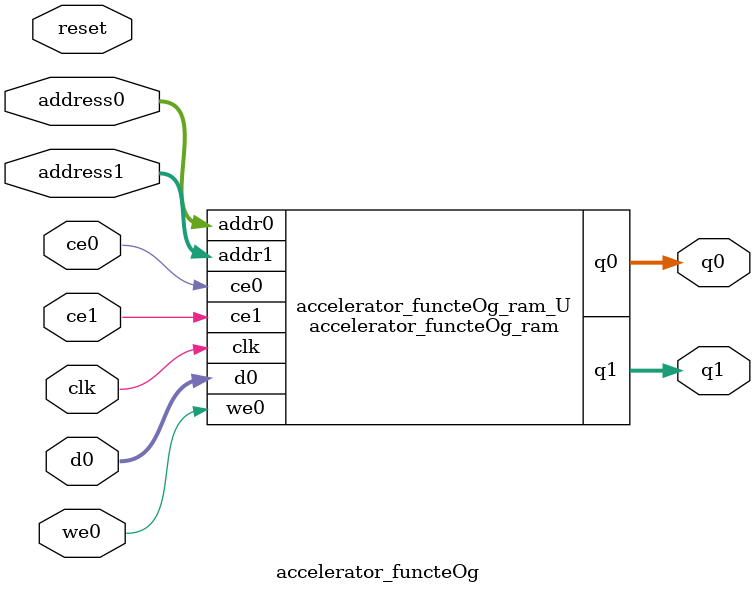
<source format=v>

`timescale 1 ns / 1 ps
module accelerator_functeOg_ram (addr0, ce0, d0, we0, q0, addr1, ce1, q1,  clk);

parameter DWIDTH = 32;
parameter AWIDTH = 10;
parameter MEM_SIZE = 1000;

input[AWIDTH-1:0] addr0;
input ce0;
input[DWIDTH-1:0] d0;
input we0;
output reg[DWIDTH-1:0] q0;
input[AWIDTH-1:0] addr1;
input ce1;
output reg[DWIDTH-1:0] q1;
input clk;

(* ram_style = "block" *)reg [DWIDTH-1:0] ram[0:MEM_SIZE-1];




always @(posedge clk)  
begin 
    if (ce0) 
    begin
        if (we0) 
        begin 
            ram[addr0] <= d0; 
            q0 <= d0;
        end 
        else 
            q0 <= ram[addr0];
    end
end


always @(posedge clk)  
begin 
    if (ce1) 
    begin
            q1 <= ram[addr1];
    end
end


endmodule


`timescale 1 ns / 1 ps
module accelerator_functeOg(
    reset,
    clk,
    address0,
    ce0,
    we0,
    d0,
    q0,
    address1,
    ce1,
    q1);

parameter DataWidth = 32'd32;
parameter AddressRange = 32'd1000;
parameter AddressWidth = 32'd10;
input reset;
input clk;
input[AddressWidth - 1:0] address0;
input ce0;
input we0;
input[DataWidth - 1:0] d0;
output[DataWidth - 1:0] q0;
input[AddressWidth - 1:0] address1;
input ce1;
output[DataWidth - 1:0] q1;



accelerator_functeOg_ram accelerator_functeOg_ram_U(
    .clk( clk ),
    .addr0( address0 ),
    .ce0( ce0 ),
    .we0( we0 ),
    .d0( d0 ),
    .q0( q0 ),
    .addr1( address1 ),
    .ce1( ce1 ),
    .q1( q1 ));

endmodule


</source>
